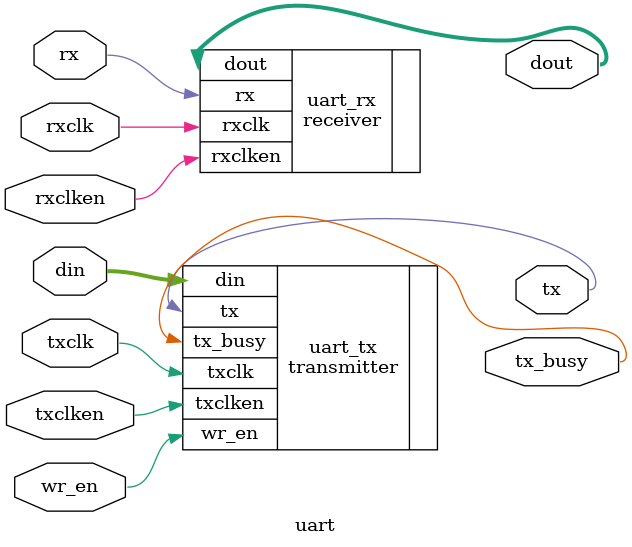
<source format=sv>
module uart(input wire [7:0] din,
	    input wire wr_en,
	    input wire txclk,
	    output wire tx,
	    output wire tx_busy,
	    input wire rx,
	    //output wire rdy,
	    //input wire rdy_clr,
	    input wire rxclken,
	    input wire rxclk, 
	    input wire txclken,
	    output wire [7:0] dout);




transmitter uart_tx(.din(din),
		    .wr_en(wr_en),
		    .txclk(txclk),
		    .txclken(txclken),
		    .tx(tx),
		    .tx_busy(tx_busy));
receiver uart_rx(.rx(rx),
		 //.rdy(rdy),
		 //.rdy_clr(rdy_clr),
		 .rxclk(rxclk),
		 .rxclken(rxclken),
		 .dout(dout));


endmodule

</source>
